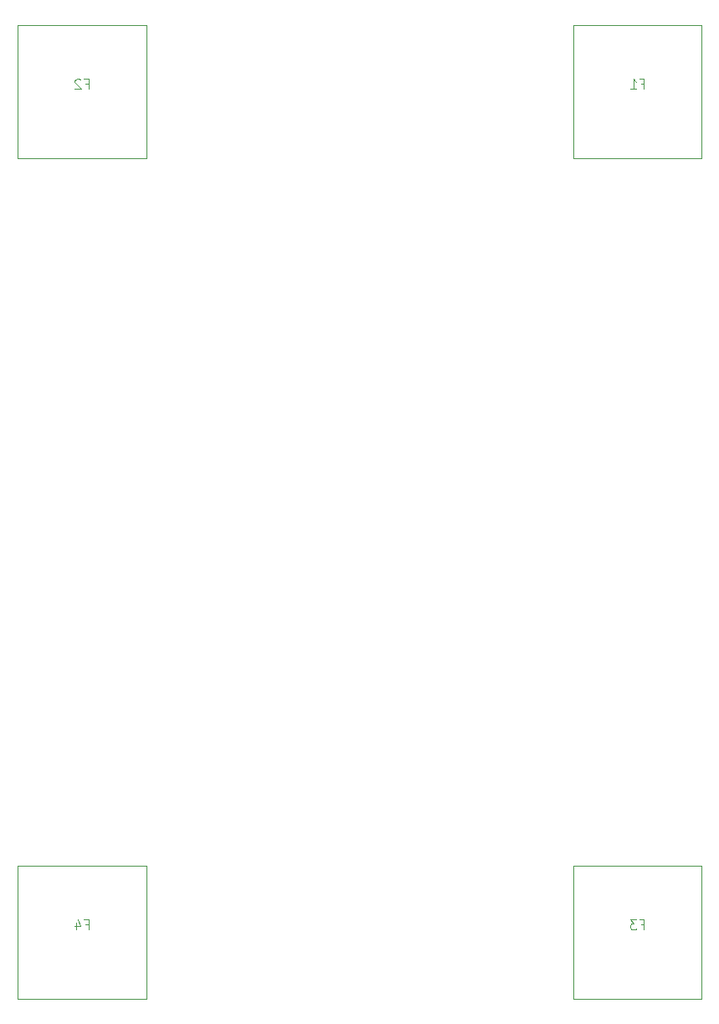
<source format=gbr>
%TF.GenerationSoftware,KiCad,Pcbnew,9.0.6*%
%TF.CreationDate,2026-01-10T14:28:32+11:00*%
%TF.ProjectId,low-pass-filter,6c6f772d-7061-4737-932d-66696c746572,rev?*%
%TF.SameCoordinates,Original*%
%TF.FileFunction,Legend,Bot*%
%TF.FilePolarity,Positive*%
%FSLAX46Y46*%
G04 Gerber Fmt 4.6, Leading zero omitted, Abs format (unit mm)*
G04 Created by KiCad (PCBNEW 9.0.6) date 2026-01-10 14:28:32*
%MOMM*%
%LPD*%
G01*
G04 APERTURE LIST*
%ADD10C,0.100000*%
G04 APERTURE END LIST*
D10*
X109833333Y-50933609D02*
X110166666Y-50933609D01*
X110166666Y-51457419D02*
X110166666Y-50457419D01*
X110166666Y-50457419D02*
X109690476Y-50457419D01*
X108785714Y-51457419D02*
X109357142Y-51457419D01*
X109071428Y-51457419D02*
X109071428Y-50457419D01*
X109071428Y-50457419D02*
X109166666Y-50600276D01*
X109166666Y-50600276D02*
X109261904Y-50695514D01*
X109261904Y-50695514D02*
X109357142Y-50743133D01*
X109833333Y-135933609D02*
X110166666Y-135933609D01*
X110166666Y-136457419D02*
X110166666Y-135457419D01*
X110166666Y-135457419D02*
X109690476Y-135457419D01*
X109404761Y-135457419D02*
X108785714Y-135457419D01*
X108785714Y-135457419D02*
X109119047Y-135838371D01*
X109119047Y-135838371D02*
X108976190Y-135838371D01*
X108976190Y-135838371D02*
X108880952Y-135885990D01*
X108880952Y-135885990D02*
X108833333Y-135933609D01*
X108833333Y-135933609D02*
X108785714Y-136028847D01*
X108785714Y-136028847D02*
X108785714Y-136266942D01*
X108785714Y-136266942D02*
X108833333Y-136362180D01*
X108833333Y-136362180D02*
X108880952Y-136409800D01*
X108880952Y-136409800D02*
X108976190Y-136457419D01*
X108976190Y-136457419D02*
X109261904Y-136457419D01*
X109261904Y-136457419D02*
X109357142Y-136409800D01*
X109357142Y-136409800D02*
X109404761Y-136362180D01*
X53634036Y-135933609D02*
X53967369Y-135933609D01*
X53967369Y-136457419D02*
X53967369Y-135457419D01*
X53967369Y-135457419D02*
X53491179Y-135457419D01*
X52681655Y-135790752D02*
X52681655Y-136457419D01*
X52919750Y-135409800D02*
X53157845Y-136124085D01*
X53157845Y-136124085D02*
X52538798Y-136124085D01*
X53634036Y-50933609D02*
X53967369Y-50933609D01*
X53967369Y-51457419D02*
X53967369Y-50457419D01*
X53967369Y-50457419D02*
X53491179Y-50457419D01*
X53157845Y-50552657D02*
X53110226Y-50505038D01*
X53110226Y-50505038D02*
X53014988Y-50457419D01*
X53014988Y-50457419D02*
X52776893Y-50457419D01*
X52776893Y-50457419D02*
X52681655Y-50505038D01*
X52681655Y-50505038D02*
X52634036Y-50552657D01*
X52634036Y-50552657D02*
X52586417Y-50647895D01*
X52586417Y-50647895D02*
X52586417Y-50743133D01*
X52586417Y-50743133D02*
X52634036Y-50885990D01*
X52634036Y-50885990D02*
X53205464Y-51457419D01*
X53205464Y-51457419D02*
X52586417Y-51457419D01*
%TO.C,F1*%
X116000000Y-45000000D02*
X103000000Y-45000000D01*
X103000000Y-58500000D01*
X116000000Y-58500000D01*
X116000000Y-45000000D01*
%TO.C,F3*%
X116000000Y-130000000D02*
X103000000Y-130000000D01*
X103000000Y-143500000D01*
X116000000Y-143500000D01*
X116000000Y-130000000D01*
%TO.C,F4*%
X59800703Y-130000000D02*
X46800703Y-130000000D01*
X46800703Y-143500000D01*
X59800703Y-143500000D01*
X59800703Y-130000000D01*
%TO.C,F2*%
X59800703Y-45000000D02*
X46800703Y-45000000D01*
X46800703Y-58500000D01*
X59800703Y-58500000D01*
X59800703Y-45000000D01*
%TD*%
M02*

</source>
